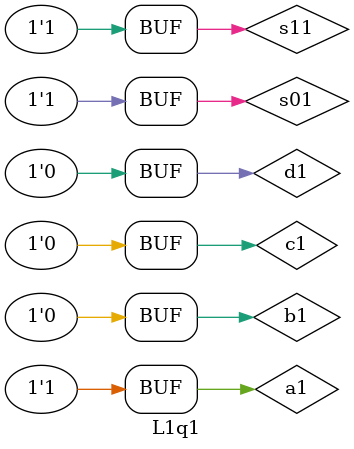
<source format=v>
module twoMux(input a,b,s, output y);
assign y=s*a + (~s)*b;
endmodule

module fourMux(input a,b,c,d,s1,s2, output y);
wire y1,y2;
twoMux uut1(a,b,s1,y1);
twoMux uut2(c,d,s1,y2);
twoMux uut3(y1,y2,s2,y);
endmodule


//testbench
module L1q1 ();
reg a1,b1,c1,d1,s11,s01;
wire y;
fourMux dut1 (.a(a1), .b(b1), .c(c1), .d(d1), .s1(s11), .s2(s01), .y(y) );
initial 
begin
     a1=1'b0; b1= 1'b0; c1= 1'b0; d1 =1'b0; s11=1'b0; s01 =1'b0;
#100 a1=1'b0; b1= 1'b1; c1= 1'b0; d1 =1'b0; s11=1'b1; s01 =1'b0;
#100 a1=1'b0; b1= 1'b0; c1= 1'b1; d1 =1'b0; s11=1'b0; s01 =1'b1;
#100 a1=1'b1; b1= 1'b0; c1= 1'b0; d1 =1'b0; s11=1'b1; s01 =1'b1;
end
endmodule

</source>
